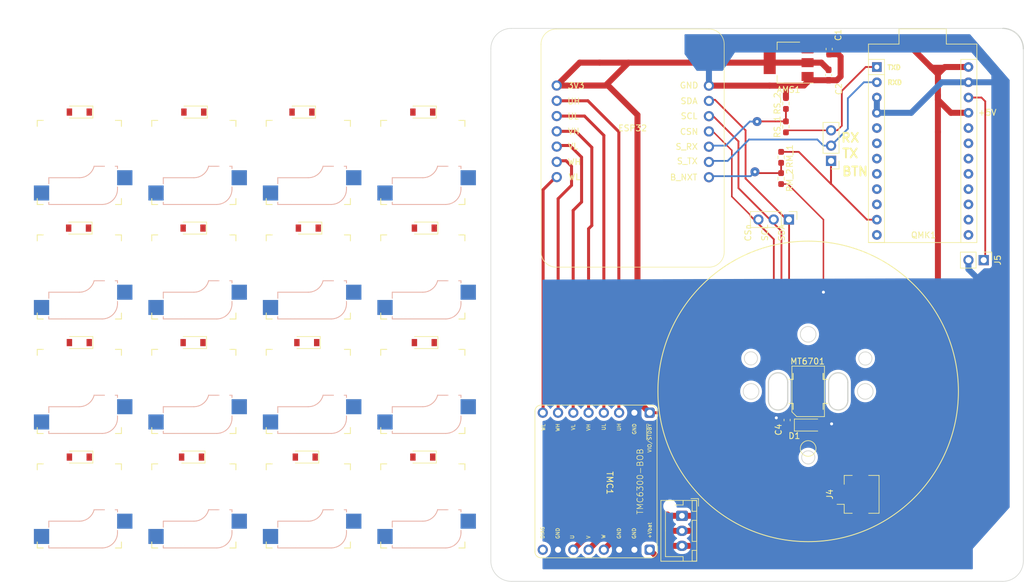
<source format=kicad_pcb>
(kicad_pcb (version 20211014) (generator pcbnew)
  (layers (0 "F.Cu" signal) (31 "B.Cu" signal) (34 "B.Paste" user) (35 "F.Paste" user) (36 "B.SilkS" user "B.Silkscreen") (37 "F.SilkS" user "F.Silkscreen") (38 "B.Mask" user) (39 "F.Mask" user) (44 "Edge.Cuts" user))
  (net 0 "")
  (net 1 "GND")
  (net 2 "+3V3")
  (net 3 "+5V")
  (net 4 "UH_in")
  (net 5 "UL_in")
  (net 6 "VH_in")
  (net 7 "VL_in")
  (net 8 "WH_in")
  (net 9 "WL_in")
  (net 10 "SDA")
  (net 11 "SCL")
  (net 12 "CSn")
  (net 13 "Net-(ESP32-Pad12)")
  (net 14 "SERIAL_TX")
  (net 15 "BTN_NXT")
  (net 16 "/U_Out")
  (net 17 "/V_Out")
  (net 18 "/W_Out")
  (net 20 "Col 4")
  (net 21 "Col 3")
  (net 22 "Col 2")
  (net 23 "SERIAL_RX")
  (net 24 "Col 1")
  (net 25 "Row 4")
  (net 26 "Row 3")
  (net 27 "Row 2")
  (net 29 "Row 1")
  (net 32 "A_RST")
  (net 36 "BTN_NEXT_O")
  (footprint "TMC6300_BOB:TMC6300_BOB" (layer "F.Cu") (at 149.21 113.024 -90)
    (fp_text reference "TMC1")
    (fp_text value "TMC6300_BOB")
  )
  (footprint "Capacitor_SMD:C_0603_1608Metric_Pad1.08x0.95mm_HandSolder" (layer "F.Cu") (at 188.27 40.8215 -90)
    (fp_text reference "C1")
    (fp_text value "1UF")
  )
  (footprint "MountingHole:MountingHole_3.2mm_M3" (layer "F.Cu") (at 135.37 40.784)
    (fp_text reference "MHole_4" hide)
    (fp_text value "M3")
  )
  (footprint "Connector_PinHeader_2.54mm:PinHeader_1x03_P2.54mm_Vertical" (layer "F.Cu") (at 181.57 69.184 -90)
    (fp_text reference "J2" hide)
    (fp_text value "3 Pin Male")
  )
  (footprint "Connector_PinHeader_2.54mm:PinHeader_1x02_P2.54mm_Vertical" (layer "F.Cu") (at 213.98 75.94 -90)
    (fp_text reference "J5")
    (fp_text value "Conn_01x02_Female")
  )
  (footprint "Resistor_SMD:R_0603_1608Metric_Pad0.98x0.95mm_HandSolder" (layer "F.Cu") (at 180.27 58.839 -90)
    (fp_text reference "RM_1")
    (fp_text value "10k")
  )
  (footprint "MT6701:Macropad Overall" (layer "F.Cu") (at 92.65 90.805)
    (fp_text reference "REF**" hide)
    (fp_text value "Macropad Overall")
  )
  (footprint "MountingHole:MountingHole_3.2mm_M3" (layer "F.Cu") (at 135.37 125.984)
    (fp_text reference "MHole_3" hide)
    (fp_text value "M3")
  )
  (footprint "Resistor_SMD:R_0603_1608Metric_Pad0.98x0.95mm_HandSolder" (layer "F.Cu") (at 181.07 49.8715 90)
    (fp_text reference "RS_2")
    (fp_text value "10k")
  )
  (footprint "Arduino Pro Micro:Sparkfun_Pro_Micro" (layer "F.Cu") (at 211.44 71.749 180)
    (fp_text reference "QMK1")
    (fp_text value "Sparkfun_Pro_Micro")
  )
  (footprint "MT6701:Jig Mnt" (layer "F.Cu") (at 184.77 97.784)
    (fp_text reference "Mnt1" hide)
    (fp_text value "Alignment Jig")
    (fp_line (start 6.6 1.500618) (end 6.6 -1.499382) (layer "Edge.Cuts") (width 0.2))
    (fp_line (start -6.6 -1.499382) (end -6.6 1.500618) (layer "Edge.Cuts") (width 0.2))
    (fp_line (start 3.4 -1.499382) (end 3.4 1.5) (layer "Edge.Cuts") (width 0.2))
    (fp_line (start -3.4 1.5) (end -3.4 -1.499382) (layer "Edge.Cuts") (width 0.2))
    (fp_arc (start 3.4 -1.499382) (mid 5 -3.099382) (end 6.6 -1.499382) (layer "Edge.Cuts") (width 0.2))
    (fp_arc (start 6.6 1.500618) (mid 4.999691 3.100309) (end 3.4 1.5) (layer "Edge.Cuts") (width 0.2))
    (fp_arc (start -6.6 -1.499382) (mid -5 -3.099382) (end -3.4 -1.499382) (layer "Edge.Cuts") (width 0.2))
    (fp_arc (start -3.4 1.5) (mid -4.999691 3.100309) (end -6.6 1.500618) (layer "Edge.Cuts") (width 0.2))
  )
  (footprint "Capacitor_SMD:C_0603_1608Metric_Pad1.08x0.95mm_HandSolder" (layer "F.Cu") (at 181.27 102.5465 90)
    (fp_text reference "C4")
    (fp_text value "1uF")
  )
  (footprint "Resistor_SMD:R_0603_1608Metric_Pad0.98x0.95mm_HandSolder" (layer "F.Cu") (at 180.27 62.3715 -90)
    (fp_text reference "RM_2")
    (fp_text value "10k")
  )
  (footprint "FFC FPC Connectors:Hirose_FH12-6S-0.5SH_1x06-1MP_P0.50mm_Horizontal" (layer "F.Cu") (at 192.07 114.91 90)
    (fp_text reference "J4")
    (fp_text value "Conn_01x03_Male")
  )
  (footprint "MT6701:BLDC 3514" (layer "F.Cu") (at 184.77 97.784)
    (fp_text reference "Mnt2" hide)
    (fp_text value "Motor Mount")
    (fp_circle (center -9.5 0) (end -9.5 -1.3) (layer "Edge.Cuts") (width 0.12) (fill none))
    (fp_circle (center 9.5 0) (end 9.5 -1.3) (layer "Edge.Cuts") (width 0.12) (fill none))
    (fp_circle (center 0 -9.5) (end 0 -10.8) (layer "Edge.Cuts") (width 0.12) (fill none))
  )
  (footprint "Connector_PinHeader_2.54mm:PinHeader_1x03_P2.54mm_Vertical" (layer "F.Cu") (at 188.58 59.43 180)
    (fp_text reference "J3" hide)
    (fp_text value "Conn_01x03_Male")
  )
  (footprint "Wemos S2 Mini:ESP32 Motor Adapter" (layer "F.Cu") (at 155.56 54.784)
    (fp_text reference "ESP32")
    (fp_text value "ESP32_Adapter")
  )
  (footprint "Resistor_SMD:R_0603_1608Metric_Pad0.98x0.95mm_HandSolder" (layer "F.Cu") (at 181.07 53.7715 90)
    (fp_text reference "RS_1")
    (fp_text value "10k")
  )
  (footprint "Package_TO_SOT_SMD:SOT-223-3_TabPin2" (layer "F.Cu") (at 181.52 43.084 180)
    (fp_text reference "AMS1")
    (fp_text value "AMS1117-3.3")
  )
  (footprint "MT6701:SOIC-8" (layer "F.Cu") (at 184.77 97.784)
    (fp_text reference "MT6701")
    (fp_text value "MT6701")
  )
  (footprint "MT6701:BLDC Mount 3" (layer "F.Cu") (at 184.77 97.784 60)
    (fp_text reference "Mnt0" hide)
    (fp_text value "Motor Mount")
    (fp_circle (center -9.5 5.5) (end -9.5 4.4) (layer "Edge.Cuts") (width 0.12) (fill none))
    (fp_circle (center 0 -11) (end 0 -9.9) (layer "Edge.Cuts") (width 0.12) (fill none))
    (fp_circle (center 9.5 5.5) (end 9.5 4.4) (layer "Edge.Cuts") (width 0.12) (fill none))
  )
  (footprint "Capacitor_SMD:C_0603_1608Metric_Pad1.08x0.95mm_HandSolder" (layer "F.Cu") (at 188.17 45.1465 -90)
    (fp_text reference "C2")
    (fp_text value "1UF")
  )
  (footprint "MountingHole:MountingHole_3.2mm_M3" (layer "F.Cu") (at 217.17 125.984)
    (fp_text reference "MHole_2" hide)
    (fp_text value "M3")
  )
  (footprint "MountingHole:MountingHole_3.2mm_M3" (layer "F.Cu") (at 217.155 40.784)
    (fp_text reference "MHole_1" hide)
    (fp_text value "M3")
  )
  (footprint "Diode_SMD:D_SOD-123" (layer "F.Cu") (at 184.72 103.384)
    (fp_text reference "D1")
    (fp_text value "ZMDxx")
  )
  (footprint "Connector_JST:JST_XH_B3B-XH-AM_1x03_P2.50mm_Vertical" (layer "F.Cu") (at 163.77 118.484 -90)
    (fp_text reference "J1" hide)
    (fp_text value "Conn_01x03_Male")
  )
  (gr_line (start 187.27 94.784) (end 187.27 95.784) (layer "F.SilkS") (width 0.15))
  (gr_line (start 182.27 99.784) (end 181.57 99.784) (layer "F.SilkS") (width 0.15))
  (gr_line (start 187.27 95.784) (end 187.27 94.784) (layer "F.SilkS") (width 0.15))
  (gr_line (start 181.57 95.784) (end 182.27 95.784) (layer "F.SilkS") (width 0.15))
  (gr_line (start 187.27 99.784) (end 187.27 100.784) (layer "F.SilkS") (width 0.15))
  (gr_line (start 182.27 95.784) (end 182.27 94.784) (layer "F.SilkS") (width 0.15))
  (gr_line (start 187.27 95.784) (end 187.97 95.784) (layer "F.SilkS") (width 0.15))
  (gr_line (start 182.27 99.784) (end 182.27 100.784) (layer "F.SilkS") (width 0.15))
  (gr_line (start 187.97 99.784) (end 187.27 99.784) (layer "F.SilkS") (width 0.15))
  (gr_circle (center 184.77 97.784) (end 209.77 97.784) (layer "F.SilkS") (width 0.15) (fill none))
  (gr_line (start 131.97 125.984) (end 131.97 40.784) (layer "Edge.Cuts") (width 0.1))
  (gr_arc (start 220.57 125.984) (mid 219.574163 128.388163) (end 217.17 129.384) (layer "Edge.Cuts") (width 0.1))
  (gr_arc (start 131.97 40.784) (mid 132.965837 38.379837) (end 135.37 37.384) (layer "Edge.Cuts") (width 0.1))
  (gr_arc (start 217.17 37.384) (mid 219.574163 38.379837) (end 220.57 40.784) (layer "Edge.Cuts") (width 0.2))
  (gr_line (start 217.17 129.384) (end 135.37 129.384) (layer "Edge.Cuts") (width 0.1))
  (gr_line (start 220.57 40.784) (end 220.57 125.984) (layer "Edge.Cuts") (width 0.1))
  (gr_line (start 135.37 37.384) (end 217.17 37.384) (layer "Edge.Cuts") (width 0.1))
  (gr_arc (start 135.37 129.384) (mid 132.965837 128.388163) (end 131.97 125.984) (layer "Edge.Cuts") (width 0.1))
  (gr_text "TX" (at 191.77 58.184) (layer "F.SilkS") (effects (font (size 1.5 1.5) (thickness 0.3))))
  (gr_text "CSn" (at 174.77 71.384 90) (layer "F.SilkS") (effects (font (size 1 1))))
  (gr_text "TXD" (at 199.07 43.884) (layer "F.SilkS") (effects (font (size 0.8 0.8) (thickness 0.2))))
  (gr_text "SCL" (at 177.57 71.384 90) (layer "F.SilkS") (effects (font (size 1 1))))
  (gr_text "BTN" (at 192.57 61.184) (layer "F.SilkS") (effects (font (size 1.5 1.5) (thickness 0.3))))
  (gr_text "+5V" (at 214.57 51.384) (layer "F.SilkS") (effects (font (size 1 1))))
  (gr_text "SDA" (at 180.37 71.384 90) (layer "F.SilkS") (effects (font (size 1 1))))
  (gr_text "RXD" (at 199.17 46.384) (layer "F.SilkS") (effects (font (size 0.8 0.8) (thickness 0.2))))
  (gr_text "RX" (at 191.77 55.584) (layer "F.SilkS") (effects (font (size 1.5 1.5) (thickness 0.3))))
  (segment (start 178.344 46.91) (end 168.26 46.91) (width 1) (layer "F.Cu") (net 1))
  (segment (start 190.17 42.084) (end 190.17 45.384) (width 1) (layer "F.Cu") (net 1))
  (segment (start 184.07 46.884) (end 180.947 46.884) (width 1) (layer "F.Cu") (net 1))
  (segment (start 186.675 102.289) (end 186.675 102.229) (width 0.5) (layer "F.Cu") (net 1))
  (segment (start 179.47 102.1845) (end 179.9705 101.684) (width 0.5) (layer "F.Cu") (net 1))
  (segment (start 180.921 46.91) (end 178.344 46.91) (width 1) (layer "F.Cu") (net 1))
  (segment (start 188.47 103.384) (end 188.67 103.184) (width 0.5) (layer "F.Cu") (net 1))
  (segment (start 189.545 46.009) (end 188.17 46.009) (width 1) (layer "F.Cu") (net 1))
  (segment (start 189.77 41.684) (end 190.17 42.084) (width 1) (layer "F.Cu") (net 1))
  (segment (start 181.385 63.284) (end 187.31 69.209) (width 0.25) (layer "F.Cu") (net 1))
  (segment (start 181.07 47.059) (end 180.921 46.91) (width 1) (layer "F.Cu") (net 1))
  (segment (start 180.27 63.284) (end 181.385 63.284) (width 0.25) (layer "F.Cu") (net 1))
  (segment (start 184.67 45.384) (end 185.295 46.009) (width 1) (layer "F.Cu") (net 1))
  (segment (start 190.17 45.384) (end 189.545 46.009) (width 1) (layer "F.Cu") (net 1))
  (segment (start 185.295 46.009) (end 188.17 46.009) (width 1) (layer "F.Cu") (net 1))
  (segment (start 181.07 47.059) (end 181.07 48.959) (width 1) (layer "F.Cu") (net 1))
  (segment (start 180.947 46.884) (end 180.921 46.91) (width 1) (layer "F.Cu") (net 1))
  (segment (start 179.9705 101.684) (end 181.27 101.684) (width 0.5) (layer "F.Cu") (net 1))
  (segment (start 184.67 46.284) (end 184.07 46.884) (width 1) (layer "F.Cu") (net 1))
  (segment (start 186.675 102.229) (end 186.675 100.384) (width 0.5) (layer "F.Cu") (net 1))
  (segment (start 186.37 103.384) (end 186.37 102.534) (width 0.5) (layer "F.Cu") (net 1))
  (segment (start 187.31 69.209) (end 187.31 81.274) (width 0.25) (layer "F.Cu") (net 1))
  (segment (start 186.37 103.384) (end 188.47 103.384) (width 0.5) (layer "F.Cu") (net 1))
  (segment (start 188.27 41.684) (end 189.77 41.684) (width 1) (layer "F.Cu") (net 1))
  (segment (start 188.67 103.184) (end 187.57 103.184) (width 0.5) (layer "F.Cu") (net 1))
  (segment (start 186.37 102.534) (end 186.675 102.229) (width 0.5) (layer "F.Cu") (net 1))
  (segment (start 184.67 45.384) (end 184.67 46.284) (width 1) (layer "F.Cu") (net 1))
  (segment (start 187.57 103.184) (end 186.675 102.289) (width 0.5) (layer "F.Cu") (net 1))
  (via (at 179.47 102.1845) (size 1.5) (drill 0.5) (layers "F.Cu" "B.Cu") (net 1))
  (via (at 187.31 81.274) (size 1.5) (drill 0.5) (layers "F.Cu" "B.Cu") (net 1))
  (via (at 188.67 103.184) (size 1.5) (drill 0.5) (layers "F.Cu" "B.Cu") (net 1))
  (segment (start 168.26 46.91) (end 168.26 43.174) (width 1) (layer "B.Cu") (net 1))
  (segment (start 211.44 46.349) (end 206.995 46.349) (width 1) (layer "B.Cu") (net 1))
  (segment (start 211.44 77.464) (end 212.964 78.988) (width 1) (layer "B.Cu") (net 1))
  (segment (start 206.995 46.349) (end 201.915 51.429) (width 1) (layer "B.Cu") (net 1))
  (segment (start 211.44 75.94) (end 211.44 77.464) (width 1) (layer "B.Cu") (net 1))
  (segment (start 196.2 49.524) (end 196.2 51.429) (width 1) (layer "B.Cu") (net 1))
  (segment (start 211.44 46.349) (end 216.139 46.349) (width 1) (layer "B.Cu") (net 1))
  (segment (start 201.915 51.429) (end 196.2 51.429) (width 1) (layer "B.Cu") (net 1))
  (segment (start 184.67 43.084) (end 186.97 43.084) (width 1) (layer "F.Cu") (net 2))
  (segment (start 156.37 51.784) (end 156.37 99.308214) (width 1) (layer "F.Cu") (net 2))
  (segment (start 182.87 102.284) (end 182.865 102.279) (width 0.5) (layer "F.Cu") (net 2))
  (segment (start 176.517107 101.331107) (end 178.57 103.384) (width 0.5) (layer "F.Cu") (net 2))
  (segment (start 154.87 43.084) (end 151.064 46.89) (width 1) (layer "F.Cu") (net 2))
  (segment (start 182.865 102.279) (end 182.865 100.384) (width 0.5) (layer "F.Cu") (net 2))
  (segment (start 142.9405 46.89) (end 147.116 46.89) (width 1) (layer "F.Cu") (net 2))
  (segment (start 151.476 46.89) (end 156.37 51.784) (width 1) (layer "F.Cu") (net 2))
  (segment (start 178.57 103.384) (end 182.67 103.384) (width 0.5) (layer "F.Cu") (net 2))
  (segment (start 178.37 43.084) (end 150.07 43.084) (width 1) (layer "F.Cu") (net 2))
  (segment (start 150.07 43.084) (end 146.7465 43.084) (width 1) (layer "F.Cu") (net 2))
  (segment (start 184.67 43.084) (end 178.37 43.084) (width 1) (layer "F.Cu") (net 2))
  (segment (start 158.392893 101.331107) (end 176.517107 101.331107) (width 0.5) (layer "F.Cu") (net 2))
  (segment (start 156.37 99.308214) (end 158.392893 101.331107) (width 1) (layer "F.Cu") (net 2))
  (segment (start 186.97 43.084) (end 188.17 44.284) (width 1) (layer "F.Cu") (net 2))
  (segment (start 182.87 103.184) (end 182.87 102.284) (width 0.5) (layer "F.Cu") (net 2))
  (segment (start 147.116 46.89) (end 151.476 46.89) (width 1) (layer "F.Cu") (net 2))
  (segment (start 146.7465 43.084) (end 142.9405 46.89) (width 1) (layer "F.Cu") (net 2))
  (segment (start 182.67 103.384) (end 182.87 103.184) (width 0.5) (layer "F.Cu") (net 2))
  (segment (start 151.064 46.89) (end 147.116 46.89) (width 1) (layer "F.Cu") (net 2))
  (segment (start 160.620786 126.359) (end 197.395 126.359) (width 1) (layer "F.Cu") (net 3))
  (segment (start 206.36 49.27) (end 206.36 48.508) (width 1) (layer "F.Cu") (net 3))
  (segment (start 206.36 44.974) (end 205.079 43.693) (width 1) (layer "F.Cu") (net 3))
  (segment (start 207.525 43.809) (end 211.44 43.809) (width 1) (layer "F.Cu") (net 3))
  (segment (start 201.345 39.959) (end 188.27 39.959) (width 1) (layer "F.Cu") (net 3))
  (segment (start 208.519 51.429) (end 211.44 51.429) (width 1) (layer "F.Cu") (net 3))
  (segment (start 158.392893 124.131107) (end 160.620786 126.359) (width 1) (layer "F.Cu") (net 3))
  (segment (start 205.322 43.936) (end 205.079 43.693) (width 1) (layer "F.Cu") (net 3))
  (segment (start 206.36 54.604) (end 206.36 48.508) (width 1) (layer "F.Cu") (net 3))
  (segment (start 206.36 117.394) (end 206.36 54.604) (width 1) (layer "F.Cu") (net 3))
  (segment (start 185.495 39.959) (end 188.27 39.959) (width 1) (layer "F.Cu") (net 3))
  (segment (start 208.519 51.429) (end 206.36 49.27) (width 1) (layer "F.Cu") (net 3))
  (segment (start 206.36 48.508) (end 206.36 44.974) (width 1) (layer "F.Cu") (net 3))
  (segment (start 206.36 44.974) (end 207.525 43.809) (width 1) (layer "F.Cu") (net 3))
  (segment (start 197.395 126.359) (end 206.36 117.394) (width 1) (layer "F.Cu") (net 3))
  (segment (start 184.67 40.784) (end 185.495 39.959) (width 1) (layer "F.Cu") (net 3))
  (segment (start 205.079 43.693) (end 201.345 39.959) (width 1) (layer "F.Cu") (net 3))
  (segment (start 207.525 43.809) (end 207.398 43.936) (width 1) (layer "F.Cu") (net 3))
  (segment (start 207.398 43.936) (end 205.322 43.936) (width 1) (layer "F.Cu") (net 3))
  (segment (start 148.116 49.43) (end 153.27 54.584) (width 0.5) (layer "F.Cu") (net 4))
  (segment (start 153.27 101.288214) (end 153.312893 101.331107) (width 0.5) (layer "F.Cu") (net 4))
  (segment (start 142.9405 49.43) (end 148.116 49.43) (width 0.5) (layer "F.Cu") (net 4))
  (segment (start 153.27 54.584) (end 153.27 101.288214) (width 0.5) (layer "F.Cu") (net 4))
  (segment (start 142.9405 51.97) (end 147.556 51.97) (width 0.5) (layer "F.Cu") (net 5))
  (segment (start 150.772893 55.186893) (end 150.772893 101.331107) (width 0.5) (layer "F.Cu") (net 5))
  (segment (start 147.556 51.97) (end 150.772893 55.186893) (width 0.5) (layer "F.Cu") (net 5))
  (segment (start 148.232893 101.331107) (end 148.232893 70.721107) (width 0.5) (layer "F.Cu") (net 6))
  (segment (start 148.232893 70.721107) (end 148.77 70.184) (width 0.5) (layer "F.Cu") (net 6))
  (segment (start 146.096 54.51) (end 142.9405 54.51) (width 0.5) (layer "F.Cu") (net 6))
  (segment (start 148.77 57.184) (end 146.096 54.51) (width 0.5) (layer "F.Cu") (net 6))
  (segment (start 148.77 70.184) (end 148.77 57.184) (width 0.5) (layer "F.Cu") (net 6))
  (segment (start 145.126 56.87) (end 142.9405 56.87) (width 0.5) (layer "F.Cu") (net 7))
  (segment (start 145.67 67.669) (end 147.07 66.269) (width 0.5) (layer "F.Cu") (net 7))
  (segment (start 147.07 66.269) (end 147.07 58.814) (width 0.5) (layer "F.Cu") (net 7))
  (segment (start 147.07 58.814) (end 145.126 56.87) (width 0.5) (layer "F.Cu") (net 7))
  (segment (start 145.67 101.308214) (end 145.67 67.669) (width 0.5) (layer "F.Cu") (net 7))
  (segment (start 145.692893 101.331107) (end 145.67 101.308214) (width 0.5) (layer "F.Cu") (net 7))
  (segment (start 143.17 101.314) (end 143.17 65.724) (width 0.5) (layer "F.Cu") (net 8))
  (segment (start 145.4 60.319) (end 144.491 59.41) (width 0.5) (layer "F.Cu") (net 8))
  (segment (start 145.4 63.494) (end 145.4 60.319) (width 0.5) (layer "F.Cu") (net 8))
  (segment (start 143.17 65.724) (end 145.4 63.494) (width 0.5) (layer "F.Cu") (net 8))
  (segment (start 143.152893 101.331107) (end 143.17 101.314) (width 0.5) (layer "F.Cu") (net 8))
  (segment (start 144.491 59.41) (end 142.9405 59.41) (width 0.5) (layer "F.Cu") (net 8))
  (segment (start 140.67 101.274) (end 140.67 64.2205) (width 0.5) (layer "F.Cu") (net 9))
  (segment (start 140.67 64.2205) (end 142.9405 61.95) (width 0.5) (layer "F.Cu") (net 9))
  (segment (start 140.612893 101.331107) (end 140.67 101.274) (width 0.5) (layer "F.Cu") (net 9))
  (segment (start 185.405 94.384) (end 181.595 90.574) (width 0.3) (layer "F.Cu") (net 10))
  (segment (start 174.356 54.35) (end 169.276 49.27) (width 0.3) (layer "F.Cu") (net 10))
  (segment (start 181.595 69.609) (end 174.356 62.37) (width 0.3) (layer "F.Cu") (net 10))
  (segment (start 169.276 49.27) (end 168.26 49.27) (width 0.3) (layer "F.Cu") (net 10))
  (segment (start 181.595 90.574) (end 181.595 69.609) (width 0.3) (layer "F.Cu") (net 10))
  (segment (start 185.405 95.184) (end 185.405 94.384) (width 0.3) (layer "F.Cu") (net 10))
  (segment (start 174.356 62.37) (end 174.356 54.35) (width 0.3) (layer "F.Cu") (net 10))
  (segment (start 173.17 56.184) (end 168.796 51.81) (width 0.3) (layer "F.Cu") (net 11))
  (segment (start 184.135 95.184) (end 184.135 94.384) (width 0.3) (layer "F.Cu") (net 11))
  (segment (start 168.796 51.81) (end 168.26 51.81) (width 0.3) (layer "F.Cu") (net 11))
  (segment (start 173.17 63.959) (end 173.17 56.184) (width 0.3) (layer "F.Cu") (net 11))
  (segment (start 180.325 90.574) (end 180.325 71.114) (width 0.3) (layer "F.Cu") (net 11))
  (segment (start 184.135 94.384) (end 180.325 90.574) (width 0.3) (layer "F.Cu") (net 11))
  (segment (start 180.325 71.114) (end 173.17 63.959) (width 0.3) (layer "F.Cu") (net 11))
  (segment (start 172.07 65.364) (end 172.07 57.684) (width 0.25) (layer "F.Cu") (net 12))
  (segment (start 179.055 90.769) (end 179.055 72.469) (width 0.3) (layer "F.Cu") (net 12))
  (segment (start 179.055 72.469) (end 175.16 68.574) (width 0.3) (layer "F.Cu") (net 12))
  (segment (start 182.865 94.579) (end 179.055 90.769) (width 0.3) (layer "F.Cu") (net 12))
  (segment (start 172.07 57.684) (end 168.916 54.53) (width 0.25) (layer "F.Cu") (net 12))
  (segment (start 175.09 68.384) (end 172.07 65.364) (width 0.25) (layer "F.Cu") (net 12))
  (segment (start 182.865 95.184) (end 182.865 94.579) (width 0.3) (layer "F.Cu") (net 12))
  (segment (start 168.916 54.53) (end 168.26 54.53) (width 0.25) (layer "F.Cu") (net 12))
  (segment (start 181.07 52.859) (end 176.295 52.859) (width 0.3) (layer "F.Cu") (net 13))
  (segment (start 181.07 52.859) (end 181.07 50.784) (width 0.3) (layer "F.Cu") (net 13))
  (segment (start 176.295 52.859) (end 176.27 52.884) (width 0.3) (layer "F.Cu") (net 13))
  (via (at 176.27 52.884) (size 1.5) (drill 0.5) (layers "F.Cu" "B.Cu") (net 13))
  (segment (start 171.054 56.89) (end 168.26 56.89) (width 0.3) (layer "B.Cu") (net 13))
  (segment (start 175.06 52.884) (end 171.054 56.89) (width 0.3) (layer "B.Cu") (net 13))
  (segment (start 176.27 52.884) (end 175.06 52.884) (width 0.3) (layer "B.Cu") (net 13))
  (segment (start 168.26 59.43) (end 171.376 59.43) (width 0.3) (layer "B.Cu") (net 14))
  (segment (start 174.932 55.874) (end 186.294 55.874) (width 0.3) (layer "B.Cu") (net 14))
  (segment (start 171.376 59.43) (end 174.932 55.874) (width 0.3) (layer "B.Cu") (net 14))
  (segment (start 186.294 55.874) (end 187.31 56.89) (width 0.3) (layer "B.Cu") (net 14))
  (segment (start 191.374 49.016) (end 194.041 46.349) (width 0.3) (layer "B.Cu") (net 14))
  (segment (start 194.041 46.349) (end 196.2 46.349) (width 0.3) (layer "B.Cu") (net 14))
  (segment (start 188.58 56.89) (end 191.374 54.096) (width 0.3) (layer "B.Cu") (net 14))
  (segment (start 191.374 54.096) (end 191.374 49.016) (width 0.3) (layer "B.Cu") (net 14))
  (segment (start 187.31 56.89) (end 188.58 56.89) (width 0.3) (layer "B.Cu") (net 14))
  (segment (start 176.13 61.459) (end 180.27 61.459) (width 0.3) (layer "F.Cu") (net 15))
  (segment (start 180.27 59.7515) (end 180.27 61.459) (width 0.3) (layer "F.Cu") (net 15))
  (via (at 175.915 61.244) (size 1.5) (drill 0.5) (layers "F.Cu" "B.Cu") (net 15))
  (segment (start 175.915 61.244) (end 175.189 61.97) (width 0.3) (layer "B.Cu") (net 15))
  (segment (start 175.189 61.97) (end 168.26 61.97) (width 0.3) (layer "B.Cu") (net 15))
  (segment (start 190.17 113.66) (end 190.22 113.66) (width 1) (layer "F.Cu") (net 16))
  (segment (start 145.692893 124.131107) (end 151.54 118.284) (width 1) (layer "F.Cu") (net 16))
  (segment (start 151.54 118.284) (end 161.37 118.284) (width 1) (layer "F.Cu") (net 16))
  (segment (start 182.506 118.484) (end 187.33 113.66) (width 1) (layer "F.Cu") (net 16))
  (segment (start 161.37 118.284) (end 161.57 118.484) (width 1) (layer "F.Cu") (net 16))
  (segment (start 163.77 118.484) (end 182.506 118.484) (width 1) (layer "F.Cu") (net 16))
  (segment (start 161.57 118.484) (end 163.77 118.484) (width 1) (layer "F.Cu") (net 16))
  (segment (start 187.33 113.66) (end 190.22 113.66) (width 1) (layer "F.Cu") (net 16))
  (segment (start 190.22 114.66) (end 188.67 114.66) (width 0.3) (layer "F.Cu") (net 17))
  (segment (start 163.77 120.984) (end 182.546 120.984) (width 1) (layer "F.Cu") (net 17))
  (segment (start 182.546 120.984) (end 188.595 114.935) (width 1) (layer "F.Cu") (net 17))
  (segment (start 148.232893 124.131107) (end 152.08 120.284) (width 1) (layer "F.Cu") (net 17))
  (segment (start 162.17 120.984) (end 163.77 120.984) (width 1) (layer "F.Cu") (net 17))
  (segment (start 152.08 120.284) (end 161.47 120.284) (width 1) (layer "F.Cu") (net 17))
  (segment (start 161.47 120.284) (end 162.17 120.984) (width 1) (layer "F.Cu") (net 17))
  (segment (start 190.22 115.16) (end 188.77 115.16) (width 0.3) (layer "F.Cu") (net 17))
  (segment (start 160.5 121.914) (end 162.07 123.484) (width 1) (layer "F.Cu") (net 18))
  (segment (start 150.772893 124.131107) (end 152.99 121.914) (width 1) (layer "F.Cu") (net 18))
  (segment (start 152.99 121.914) (end 160.5 121.914) (width 1) (layer "F.Cu") (net 18))
  (segment (start 163.77 123.484) (end 182.896 123.484) (width 1) (layer "F.Cu") (net 18))
  (segment (start 190.17 116.16) (end 190.22 116.16) (width 1) (layer "F.Cu") (net 18))
  (segment (start 162.07 123.484) (end 163.77 123.484) (width 1) (layer "F.Cu") (net 18))
  (segment (start 182.896 123.484) (end 190.22 116.16) (width 1) (layer "F.Cu") (net 18))
  (segment (start 190.37 53.588) (end 190.37 47.784) (width 0.3) (layer "F.Cu") (net 23))
  (segment (start 188.58 54.35) (end 189.608 54.35) (width 0.25) (layer "F.Cu") (net 23))
  (segment (start 194.345 43.809) (end 196.2 43.809) (width 0.3) (layer "F.Cu") (net 23))
  (segment (start 189.608 54.35) (end 190.37 53.588) (width 0.25) (layer "F.Cu") (net 23))
  (segment (start 181.07 54.684) (end 181.404 54.35) (width 0.25) (layer "F.Cu") (net 23))
  (segment (start 190.37 47.784) (end 194.345 43.809) (width 0.3) (layer "F.Cu") (net 23))
  (segment (start 181.404 54.35) (end 188.58 54.35) (width 0.25) (layer "F.Cu") (net 23))
  (segment (start 211.44 48.889) (end 213.599 48.889) (width 0.3) (layer "F.Cu") (net 32))
  (segment (start 214.234 49.524) (end 214.234 75.686) (width 0.3) (layer "F.Cu") (net 32))
  (segment (start 213.599 48.889) (end 214.234 49.524) (width 0.3) (layer "F.Cu") (net 32))
  (segment (start 214.234 75.686) (end 213.98 75.94) (width 0.3) (layer "F.Cu") (net 32))
  (segment (start 188.57 60.584) (end 188.57 63.23) (width 0.3) (layer "F.Cu") (net 36))
  (segment (start 188.57 63.23) (end 194.549 69.209) (width 0.3) (layer "F.Cu") (net 36))
  (segment (start 188.57 59.44) (end 188.58 59.43) (width 0.3) (layer "F.Cu") (net 36))
  (segment (start 180.27 57.9265) (end 183.2125 57.9265) (width 0.3) (layer "F.Cu") (net 36))
  (segment (start 183.2125 57.9265) (end 188.57 63.284) (width 0.3) (layer "F.Cu") (net 36))
  (segment (start 194.549 69.209) (end 196.2 69.209) (width 0.3) (layer "F.Cu") (net 36))
  (segment (start 188.57 60.584) (end 188.57 59.44) (width 0.3) (layer "F.Cu") (net 36))
  (segment (start 188.57 63.284) (end 188.57 60.584) (width 0.3) (layer "F.Cu") (net 36))
  (zone (net 1) (net_name "GND") (layer "B.Cu") (connect_pads (clearance 0.508)) (min_thickness 0.254) (fill yes (thermal_gap 0.508) (thermal_bridge_width 0.508))
    (polygon (pts (xy 218.298 45.968) (xy 218.298 117.088) (xy 211.948 124.2) (xy 211.948 78.988) (xy 212.202 78.988) (xy 215.25 76.194) (xy 215.25 45.206) (xy 211.948 41.396) (xy 172.578 41.396) (xy 170.546 44.444) (xy 166.228 44.444) (xy 164.196 41.65) (xy 164.196 38.348) (xy 211.694 38.348)))
  )
  (zone (net 1) (net_name "GND") (layer "B.Cu") (connect_pads (clearance 0.508)) (min_thickness 0.254) (fill yes (thermal_gap 0.508) (thermal_bridge_width 0.508))
    (polygon (pts (xy 212.17 127.384) (xy 140.57 127.384) (xy 140.57 79.184) (xy 201.17 78.984) (xy 212.17 78.984)))
  )
)
</source>
